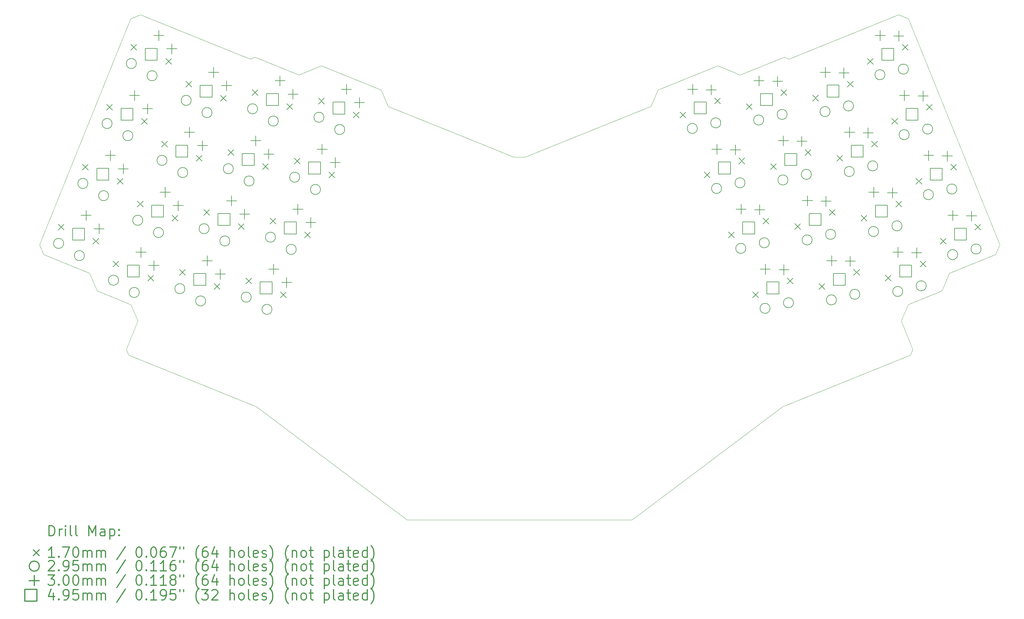
<source format=gbr>
%FSLAX45Y45*%
G04 Gerber Fmt 4.5, Leading zero omitted, Abs format (unit mm)*
G04 Created by KiCad (PCBNEW (5.1.4)-1) date 2023-11-05 18:19:30*
%MOMM*%
%LPD*%
G04 APERTURE LIST*
%ADD10C,0.050000*%
%ADD11C,0.200000*%
%ADD12C,0.300000*%
G04 APERTURE END LIST*
D10*
X6556416Y-20257941D02*
X6426237Y-20313199D01*
X26837444Y-26889485D02*
X26737980Y-27123807D01*
X3199637Y-19009568D02*
X6426237Y-20313199D01*
X3199637Y-19009568D02*
X2913243Y-19131135D01*
X8505369Y-20506102D02*
X7854473Y-20782391D01*
X231060Y-25769771D02*
X352627Y-26056165D01*
X2782995Y-28850036D02*
X2849304Y-29006251D01*
X22108911Y-20257941D02*
X22239090Y-20313199D01*
X28434267Y-25769771D02*
X25752083Y-19131135D01*
X20810853Y-20782391D02*
X22108911Y-20257941D01*
X14503663Y-23190451D02*
X14161663Y-23190451D01*
X1706316Y-26603091D02*
X1827883Y-26889485D01*
X18398309Y-21217855D02*
X18193855Y-21699517D01*
X10267018Y-21217855D02*
X10471472Y-21699517D01*
X1927346Y-27123807D02*
X2919433Y-27524636D01*
X22060928Y-30523408D02*
X17636182Y-33853426D01*
X28434267Y-25769771D02*
X28312700Y-26056165D01*
X7854473Y-20782391D02*
X6556416Y-20257941D01*
X25541440Y-28006299D02*
X25882332Y-28850036D01*
X25745894Y-27524636D02*
X25541440Y-28006299D01*
X13162327Y-22787000D02*
X14161663Y-23190451D01*
X26737980Y-27123807D02*
X25745894Y-27524636D01*
X2919433Y-27524636D02*
X3123887Y-28006299D01*
X26959011Y-26603091D02*
X26837444Y-26889485D01*
X3123887Y-28006299D02*
X2782995Y-28850036D01*
X18398309Y-21217855D02*
X20159958Y-20506102D01*
X25465689Y-19009568D02*
X22239090Y-20313199D01*
X1827883Y-26889485D02*
X1927346Y-27123807D01*
X352627Y-26056165D02*
X1706316Y-26603091D01*
X6604399Y-30523408D02*
X11029145Y-33853426D01*
X11029145Y-33853426D02*
X17636182Y-33853426D01*
X20159958Y-20506102D02*
X20810853Y-20782391D01*
X15503000Y-22787000D02*
X14503663Y-23190451D01*
X25465689Y-19009568D02*
X25752083Y-19131135D01*
X18193855Y-21699517D02*
X15503000Y-22787000D01*
X10471472Y-21699517D02*
X13162327Y-22787000D01*
X231060Y-25769771D02*
X2913243Y-19131135D01*
X25882332Y-28850036D02*
X25816023Y-29006251D01*
X25816023Y-29006251D02*
X22060928Y-30523408D01*
X28312700Y-26056165D02*
X26959011Y-26603091D01*
X10267018Y-21217855D02*
X8505369Y-20506102D01*
X2849304Y-29006251D02*
X6604399Y-30523408D01*
D11*
X1496825Y-23405719D02*
X1667005Y-23575899D01*
X1667005Y-23405719D02*
X1496825Y-23575899D01*
X2516728Y-23817786D02*
X2686908Y-23987966D01*
X2686908Y-23817786D02*
X2516728Y-23987966D01*
X6294785Y-26746315D02*
X6464965Y-26916495D01*
X6464965Y-26746315D02*
X6294785Y-26916495D01*
X7314687Y-27158383D02*
X7484867Y-27328563D01*
X7484867Y-27158383D02*
X7314687Y-27328563D01*
X6481090Y-21213207D02*
X6651270Y-21383387D01*
X6651270Y-21213207D02*
X6481090Y-21383387D01*
X7500992Y-21625274D02*
X7671172Y-21795454D01*
X7671172Y-21625274D02*
X7500992Y-21795454D01*
X25265643Y-22055533D02*
X25435823Y-22225713D01*
X25435823Y-22055533D02*
X25265643Y-22225713D01*
X26285545Y-21643466D02*
X26455725Y-21813646D01*
X26455725Y-21643466D02*
X26285545Y-21813646D01*
X25077341Y-26661458D02*
X25247521Y-26831638D01*
X25247521Y-26661458D02*
X25077341Y-26831638D01*
X26097243Y-26249391D02*
X26267423Y-26419571D01*
X26267423Y-26249391D02*
X26097243Y-26419571D01*
X3820384Y-22726696D02*
X3990564Y-22896876D01*
X3990564Y-22726696D02*
X3820384Y-22896876D01*
X4840287Y-23138763D02*
X5010467Y-23308943D01*
X5010467Y-23138763D02*
X4840287Y-23308943D01*
X3108632Y-24488345D02*
X3278812Y-24658525D01*
X3278812Y-24488345D02*
X3108632Y-24658525D01*
X4128534Y-24900412D02*
X4298714Y-25070592D01*
X4298714Y-24900412D02*
X4128534Y-25070592D01*
X7006537Y-24984666D02*
X7176717Y-25154846D01*
X7176717Y-24984666D02*
X7006537Y-25154846D01*
X8026439Y-25396733D02*
X8196619Y-25566913D01*
X8196619Y-25396733D02*
X8026439Y-25566913D01*
X23653836Y-23138159D02*
X23824016Y-23308339D01*
X23824016Y-23138159D02*
X23653836Y-23308339D01*
X24673738Y-22726092D02*
X24843918Y-22896272D01*
X24843918Y-22726092D02*
X24673738Y-22896272D01*
X25977395Y-23817182D02*
X26147575Y-23987362D01*
X26147575Y-23817182D02*
X25977395Y-23987362D01*
X26997297Y-23405115D02*
X27167477Y-23575295D01*
X27167477Y-23405115D02*
X26997297Y-23575295D01*
X26689148Y-25578832D02*
X26859328Y-25749012D01*
X26859328Y-25578832D02*
X26689148Y-25749012D01*
X27709050Y-25166764D02*
X27879230Y-25336944D01*
X27879230Y-25166764D02*
X27709050Y-25336944D01*
X24365588Y-24899808D02*
X24535768Y-25069988D01*
X24535768Y-24899808D02*
X24365588Y-25069988D01*
X25385491Y-24487741D02*
X25555671Y-24657921D01*
X25555671Y-24487741D02*
X25385491Y-24657921D01*
X20993131Y-21624670D02*
X21163311Y-21794850D01*
X21163311Y-21624670D02*
X20993131Y-21794850D01*
X22013033Y-21212603D02*
X22183213Y-21382783D01*
X22183213Y-21212603D02*
X22013033Y-21382783D01*
X785073Y-25167368D02*
X955253Y-25337548D01*
X955253Y-25167368D02*
X785073Y-25337548D01*
X1804975Y-25579435D02*
X1975155Y-25749615D01*
X1975155Y-25579435D02*
X1804975Y-25749615D01*
X24553890Y-20293884D02*
X24724070Y-20464064D01*
X24724070Y-20293884D02*
X24553890Y-20464064D01*
X25573792Y-19881817D02*
X25743972Y-20051997D01*
X25743972Y-19881817D02*
X25573792Y-20051997D01*
X2208578Y-21644070D02*
X2378758Y-21814250D01*
X2378758Y-21644070D02*
X2208578Y-21814250D01*
X3228480Y-22056137D02*
X3398660Y-22226317D01*
X3398660Y-22056137D02*
X3228480Y-22226317D01*
X5769337Y-22974856D02*
X5939517Y-23145036D01*
X5939517Y-22974856D02*
X5769337Y-23145036D01*
X6789239Y-23386923D02*
X6959419Y-23557103D01*
X6959419Y-23386923D02*
X6789239Y-23557103D01*
X21179436Y-27157779D02*
X21349616Y-27327959D01*
X21349616Y-27157779D02*
X21179436Y-27327959D01*
X22199338Y-26745712D02*
X22369518Y-26915892D01*
X22369518Y-26745712D02*
X22199338Y-26915892D01*
X23128388Y-26909618D02*
X23298568Y-27079798D01*
X23298568Y-26909618D02*
X23128388Y-27079798D01*
X24148291Y-26497551D02*
X24318471Y-26667731D01*
X24318471Y-26497551D02*
X24148291Y-26667731D01*
X22942083Y-21376510D02*
X23112263Y-21546690D01*
X23112263Y-21376510D02*
X22942083Y-21546690D01*
X23961986Y-20964443D02*
X24132166Y-21134623D01*
X24132166Y-20964443D02*
X23961986Y-21134623D01*
X22416636Y-25147969D02*
X22586816Y-25318149D01*
X22586816Y-25147969D02*
X22416636Y-25318149D01*
X23436538Y-24735902D02*
X23606718Y-24906082D01*
X23606718Y-24735902D02*
X23436538Y-24906082D01*
X4532137Y-20965046D02*
X4702317Y-21135226D01*
X4702317Y-20965046D02*
X4532137Y-21135226D01*
X5552039Y-21377113D02*
X5722219Y-21547293D01*
X5722219Y-21377113D02*
X5552039Y-21547293D01*
X7718290Y-23223017D02*
X7888470Y-23393197D01*
X7888470Y-23223017D02*
X7718290Y-23393197D01*
X8738192Y-23635084D02*
X8908372Y-23805264D01*
X8908372Y-23635084D02*
X8738192Y-23805264D01*
X2396879Y-26249994D02*
X2567059Y-26420174D01*
X2567059Y-26249994D02*
X2396879Y-26420174D01*
X3416782Y-26662061D02*
X3586962Y-26832241D01*
X3586962Y-26662061D02*
X3416782Y-26832241D01*
X2920330Y-19882420D02*
X3090510Y-20052600D01*
X3090510Y-19882420D02*
X2920330Y-20052600D01*
X3940232Y-20294487D02*
X4110412Y-20464667D01*
X4110412Y-20294487D02*
X3940232Y-20464667D01*
X4345832Y-26498155D02*
X4516012Y-26668335D01*
X4516012Y-26498155D02*
X4345832Y-26668335D01*
X5365734Y-26910222D02*
X5535914Y-27080402D01*
X5535914Y-26910222D02*
X5365734Y-27080402D01*
X20467683Y-25396130D02*
X20637863Y-25566310D01*
X20637863Y-25396130D02*
X20467683Y-25566310D01*
X21487586Y-24984062D02*
X21657766Y-25154242D01*
X21657766Y-24984062D02*
X21487586Y-25154242D01*
X19755931Y-23634480D02*
X19926111Y-23804660D01*
X19926111Y-23634480D02*
X19755931Y-23804660D01*
X20775833Y-23222413D02*
X20946013Y-23392593D01*
X20946013Y-23222413D02*
X20775833Y-23392593D01*
X19044178Y-21872831D02*
X19214358Y-22043011D01*
X19214358Y-21872831D02*
X19044178Y-22043011D01*
X20064080Y-21460764D02*
X20234260Y-21630944D01*
X20234260Y-21460764D02*
X20064080Y-21630944D01*
X21704883Y-23386320D02*
X21875063Y-23556500D01*
X21875063Y-23386320D02*
X21704883Y-23556500D01*
X22724785Y-22974252D02*
X22894965Y-23144432D01*
X22894965Y-22974252D02*
X22724785Y-23144432D01*
X5057585Y-24736505D02*
X5227765Y-24906685D01*
X5227765Y-24736505D02*
X5057585Y-24906685D01*
X6077487Y-25148573D02*
X6247667Y-25318753D01*
X6247667Y-25148573D02*
X6077487Y-25318753D01*
X8430042Y-21461367D02*
X8600222Y-21631547D01*
X8600222Y-21461367D02*
X8430042Y-21631547D01*
X9449945Y-21873435D02*
X9620125Y-22043615D01*
X9620125Y-21873435D02*
X9449945Y-22043615D01*
X23639034Y-27389278D02*
G75*
G03X23639034Y-27389278I-147500J0D01*
G01*
X24327396Y-27224408D02*
G75*
G03X24327396Y-27224408I-147500J0D01*
G01*
X23452729Y-21856170D02*
G75*
G03X23452729Y-21856170I-147500J0D01*
G01*
X24141091Y-21691299D02*
G75*
G03X24141091Y-21691299I-147500J0D01*
G01*
X22927281Y-25627629D02*
G75*
G03X22927281Y-25627629I-147500J0D01*
G01*
X23615644Y-25462758D02*
G75*
G03X23615644Y-25462758I-147500J0D01*
G01*
X4690652Y-21527119D02*
G75*
G03X4690652Y-21527119I-147500J0D01*
G01*
X5300347Y-21886698D02*
G75*
G03X5300347Y-21886698I-147500J0D01*
G01*
X7876805Y-23785090D02*
G75*
G03X7876805Y-23785090I-147500J0D01*
G01*
X8486500Y-24144669D02*
G75*
G03X8486500Y-24144669I-147500J0D01*
G01*
X2555395Y-26812067D02*
G75*
G03X2555395Y-26812067I-147500J0D01*
G01*
X3165089Y-27171646D02*
G75*
G03X3165089Y-27171646I-147500J0D01*
G01*
X3078845Y-20444493D02*
G75*
G03X3078845Y-20444493I-147500J0D01*
G01*
X3688540Y-20804072D02*
G75*
G03X3688540Y-20804072I-147500J0D01*
G01*
X4504347Y-27060228D02*
G75*
G03X4504347Y-27060228I-147500J0D01*
G01*
X5114042Y-27419807D02*
G75*
G03X5114042Y-27419807I-147500J0D01*
G01*
X20978329Y-25875789D02*
G75*
G03X20978329Y-25875789I-147500J0D01*
G01*
X21666691Y-25710919D02*
G75*
G03X21666691Y-25710919I-147500J0D01*
G01*
X20266576Y-24114140D02*
G75*
G03X20266576Y-24114140I-147500J0D01*
G01*
X20954938Y-23949270D02*
G75*
G03X20954938Y-23949270I-147500J0D01*
G01*
X19554824Y-22352491D02*
G75*
G03X19554824Y-22352491I-147500J0D01*
G01*
X20243186Y-22187620D02*
G75*
G03X20243186Y-22187620I-147500J0D01*
G01*
X22215529Y-23865979D02*
G75*
G03X22215529Y-23865979I-147500J0D01*
G01*
X22903891Y-23701109D02*
G75*
G03X22903891Y-23701109I-147500J0D01*
G01*
X5216100Y-25298579D02*
G75*
G03X5216100Y-25298579I-147500J0D01*
G01*
X5825795Y-25658157D02*
G75*
G03X5825795Y-25658157I-147500J0D01*
G01*
X8588557Y-22023441D02*
G75*
G03X8588557Y-22023441I-147500J0D01*
G01*
X9198252Y-22383019D02*
G75*
G03X9198252Y-22383019I-147500J0D01*
G01*
X1655340Y-23967792D02*
G75*
G03X1655340Y-23967792I-147500J0D01*
G01*
X2265035Y-24327371D02*
G75*
G03X2265035Y-24327371I-147500J0D01*
G01*
X6453300Y-27308388D02*
G75*
G03X6453300Y-27308388I-147500J0D01*
G01*
X7062995Y-27667967D02*
G75*
G03X7062995Y-27667967I-147500J0D01*
G01*
X6639605Y-21775280D02*
G75*
G03X6639605Y-21775280I-147500J0D01*
G01*
X7249300Y-22134859D02*
G75*
G03X7249300Y-22134859I-147500J0D01*
G01*
X25776288Y-22535193D02*
G75*
G03X25776288Y-22535193I-147500J0D01*
G01*
X26464650Y-22370322D02*
G75*
G03X26464650Y-22370322I-147500J0D01*
G01*
X25587986Y-27141117D02*
G75*
G03X25587986Y-27141117I-147500J0D01*
G01*
X26276349Y-26976247D02*
G75*
G03X26276349Y-26976247I-147500J0D01*
G01*
X3978900Y-23288769D02*
G75*
G03X3978900Y-23288769I-147500J0D01*
G01*
X4588595Y-23648348D02*
G75*
G03X4588595Y-23648348I-147500J0D01*
G01*
X3267147Y-25050418D02*
G75*
G03X3267147Y-25050418I-147500J0D01*
G01*
X3876842Y-25409997D02*
G75*
G03X3876842Y-25409997I-147500J0D01*
G01*
X7165052Y-25546739D02*
G75*
G03X7165052Y-25546739I-147500J0D01*
G01*
X7774747Y-25906318D02*
G75*
G03X7774747Y-25906318I-147500J0D01*
G01*
X24164481Y-23617819D02*
G75*
G03X24164481Y-23617819I-147500J0D01*
G01*
X24852844Y-23452948D02*
G75*
G03X24852844Y-23452948I-147500J0D01*
G01*
X26488040Y-24296842D02*
G75*
G03X26488040Y-24296842I-147500J0D01*
G01*
X27176403Y-24131972D02*
G75*
G03X27176403Y-24131972I-147500J0D01*
G01*
X27199793Y-26058491D02*
G75*
G03X27199793Y-26058491I-147500J0D01*
G01*
X27888155Y-25893621D02*
G75*
G03X27888155Y-25893621I-147500J0D01*
G01*
X24876234Y-25379468D02*
G75*
G03X24876234Y-25379468I-147500J0D01*
G01*
X25564596Y-25214598D02*
G75*
G03X25564596Y-25214598I-147500J0D01*
G01*
X21503776Y-22104330D02*
G75*
G03X21503776Y-22104330I-147500J0D01*
G01*
X22192139Y-21939460D02*
G75*
G03X22192139Y-21939460I-147500J0D01*
G01*
X943588Y-25729441D02*
G75*
G03X943588Y-25729441I-147500J0D01*
G01*
X1553283Y-26089020D02*
G75*
G03X1553283Y-26089020I-147500J0D01*
G01*
X25064535Y-20773543D02*
G75*
G03X25064535Y-20773543I-147500J0D01*
G01*
X25752898Y-20608673D02*
G75*
G03X25752898Y-20608673I-147500J0D01*
G01*
X2367093Y-22206143D02*
G75*
G03X2367093Y-22206143I-147500J0D01*
G01*
X2976788Y-22565721D02*
G75*
G03X2976788Y-22565721I-147500J0D01*
G01*
X5927852Y-23536929D02*
G75*
G03X5927852Y-23536929I-147500J0D01*
G01*
X6537547Y-23896508D02*
G75*
G03X6537547Y-23896508I-147500J0D01*
G01*
X21690081Y-27637439D02*
G75*
G03X21690081Y-27637439I-147500J0D01*
G01*
X22378443Y-27472568D02*
G75*
G03X22378443Y-27472568I-147500J0D01*
G01*
X2314757Y-22995168D02*
X2314757Y-23295168D01*
X2164757Y-23145168D02*
X2464757Y-23145168D01*
X2695936Y-23386452D02*
X2695936Y-23686452D01*
X2545936Y-23536452D02*
X2845936Y-23536452D01*
X7112717Y-26335765D02*
X7112717Y-26635765D01*
X6962717Y-26485765D02*
X7262717Y-26485765D01*
X7493895Y-26727048D02*
X7493895Y-27027048D01*
X7343895Y-26877048D02*
X7643895Y-26877048D01*
X7299022Y-20802656D02*
X7299022Y-21102656D01*
X7149022Y-20952656D02*
X7449022Y-20952656D01*
X7680200Y-21193940D02*
X7680200Y-21493940D01*
X7530200Y-21343940D02*
X7830200Y-21343940D01*
X25637793Y-21232915D02*
X25637793Y-21532915D01*
X25487793Y-21382915D02*
X25787793Y-21382915D01*
X26183798Y-21249592D02*
X26183798Y-21549592D01*
X26033798Y-21399592D02*
X26333798Y-21399592D01*
X25449491Y-25838840D02*
X25449491Y-26138840D01*
X25299491Y-25988840D02*
X25599491Y-25988840D01*
X25995497Y-25855517D02*
X25995497Y-26155517D01*
X25845497Y-26005517D02*
X26145497Y-26005517D01*
X4638317Y-22316145D02*
X4638317Y-22616145D01*
X4488317Y-22466145D02*
X4788317Y-22466145D01*
X5019495Y-22707429D02*
X5019495Y-23007429D01*
X4869495Y-22857429D02*
X5169495Y-22857429D01*
X3926564Y-24077794D02*
X3926564Y-24377794D01*
X3776564Y-24227794D02*
X4076564Y-24227794D01*
X4307743Y-24469078D02*
X4307743Y-24769078D01*
X4157742Y-24619078D02*
X4457743Y-24619078D01*
X7824469Y-24574115D02*
X7824469Y-24874115D01*
X7674469Y-24724115D02*
X7974469Y-24724115D01*
X8205648Y-24965399D02*
X8205648Y-25265399D01*
X8055648Y-25115399D02*
X8355648Y-25115399D01*
X24025986Y-22315541D02*
X24025986Y-22615541D01*
X23875986Y-22465541D02*
X24175986Y-22465541D01*
X24571992Y-22332218D02*
X24571992Y-22632218D01*
X24421992Y-22482218D02*
X24721992Y-22482218D01*
X26349545Y-22994564D02*
X26349545Y-23294564D01*
X26199545Y-23144564D02*
X26499545Y-23144564D01*
X26895551Y-23011242D02*
X26895551Y-23311242D01*
X26745551Y-23161242D02*
X27045551Y-23161242D01*
X27061298Y-24756214D02*
X27061298Y-25056214D01*
X26911298Y-24906214D02*
X27211298Y-24906214D01*
X27607303Y-24772891D02*
X27607303Y-25072891D01*
X27457303Y-24922891D02*
X27757303Y-24922891D01*
X24737739Y-24077190D02*
X24737739Y-24377190D01*
X24587739Y-24227190D02*
X24887739Y-24227190D01*
X25283744Y-24093868D02*
X25283744Y-24393868D01*
X25133744Y-24243868D02*
X25433744Y-24243868D01*
X21365281Y-20802052D02*
X21365281Y-21102052D01*
X21215281Y-20952052D02*
X21515281Y-20952052D01*
X21911286Y-20818730D02*
X21911286Y-21118730D01*
X21761286Y-20968730D02*
X22061286Y-20968730D01*
X1603005Y-24756817D02*
X1603005Y-25056817D01*
X1453005Y-24906817D02*
X1753005Y-24906817D01*
X1984183Y-25148101D02*
X1984183Y-25448101D01*
X1834183Y-25298101D02*
X2134183Y-25298101D01*
X24926040Y-19471266D02*
X24926040Y-19771266D01*
X24776040Y-19621266D02*
X25076040Y-19621266D01*
X25472046Y-19487943D02*
X25472046Y-19787943D01*
X25322046Y-19637943D02*
X25622046Y-19637943D01*
X3026510Y-21233519D02*
X3026510Y-21533519D01*
X2876510Y-21383519D02*
X3176510Y-21383519D01*
X3407688Y-21624803D02*
X3407688Y-21924803D01*
X3257688Y-21774803D02*
X3557688Y-21774803D01*
X6587269Y-22564305D02*
X6587269Y-22864305D01*
X6437269Y-22714305D02*
X6737269Y-22714305D01*
X6968448Y-22955589D02*
X6968448Y-23255589D01*
X6818448Y-23105589D02*
X7118448Y-23105589D01*
X21551586Y-26335161D02*
X21551586Y-26635161D01*
X21401586Y-26485161D02*
X21701586Y-26485161D01*
X22097591Y-26351838D02*
X22097591Y-26651838D01*
X21947591Y-26501838D02*
X22247591Y-26501838D01*
X23500539Y-26087000D02*
X23500539Y-26387000D01*
X23350539Y-26237000D02*
X23650539Y-26237000D01*
X24046544Y-26103678D02*
X24046544Y-26403678D01*
X23896544Y-26253678D02*
X24196544Y-26253678D01*
X23314234Y-20553892D02*
X23314234Y-20853892D01*
X23164234Y-20703892D02*
X23464234Y-20703892D01*
X23860239Y-20570569D02*
X23860239Y-20870569D01*
X23710239Y-20720569D02*
X24010239Y-20720569D01*
X22788786Y-24325351D02*
X22788786Y-24625351D01*
X22638786Y-24475351D02*
X22938786Y-24475351D01*
X23334791Y-24342028D02*
X23334791Y-24642028D01*
X23184791Y-24492028D02*
X23484791Y-24492028D01*
X5350069Y-20554495D02*
X5350069Y-20854495D01*
X5200069Y-20704495D02*
X5500069Y-20704495D01*
X5731247Y-20945779D02*
X5731247Y-21245779D01*
X5581248Y-21095779D02*
X5881247Y-21095779D01*
X8536222Y-22812466D02*
X8536222Y-23112466D01*
X8386222Y-22962466D02*
X8686222Y-22962466D01*
X8917400Y-23203750D02*
X8917400Y-23503750D01*
X8767400Y-23353750D02*
X9067400Y-23353750D01*
X3214811Y-25839443D02*
X3214811Y-26139443D01*
X3064811Y-25989443D02*
X3364811Y-25989443D01*
X3595990Y-26230727D02*
X3595990Y-26530727D01*
X3445990Y-26380727D02*
X3745990Y-26380727D01*
X3738262Y-19471869D02*
X3738262Y-19771869D01*
X3588262Y-19621869D02*
X3888262Y-19621869D01*
X4119441Y-19863153D02*
X4119441Y-20163153D01*
X3969441Y-20013153D02*
X4269441Y-20013153D01*
X5163764Y-26087604D02*
X5163764Y-26387604D01*
X5013764Y-26237604D02*
X5313764Y-26237604D01*
X5544943Y-26478888D02*
X5544943Y-26778888D01*
X5394943Y-26628888D02*
X5694943Y-26628888D01*
X20839834Y-24573512D02*
X20839834Y-24873512D01*
X20689834Y-24723512D02*
X20989834Y-24723512D01*
X21385839Y-24590189D02*
X21385839Y-24890189D01*
X21235839Y-24740189D02*
X21535839Y-24740189D01*
X20128081Y-22811862D02*
X20128081Y-23111862D01*
X19978081Y-22961862D02*
X20278081Y-22961862D01*
X20674086Y-22828539D02*
X20674086Y-23128539D01*
X20524086Y-22978539D02*
X20824086Y-22978539D01*
X19416328Y-21050213D02*
X19416328Y-21350213D01*
X19266328Y-21200213D02*
X19566328Y-21200213D01*
X19962334Y-21066890D02*
X19962334Y-21366890D01*
X19812334Y-21216890D02*
X20112334Y-21216890D01*
X22077034Y-22563702D02*
X22077034Y-22863702D01*
X21927034Y-22713702D02*
X22227034Y-22713702D01*
X22623039Y-22580379D02*
X22623039Y-22880379D01*
X22473039Y-22730379D02*
X22773039Y-22730379D01*
X5875517Y-24325955D02*
X5875517Y-24625955D01*
X5725517Y-24475955D02*
X6025517Y-24475955D01*
X6256695Y-24717238D02*
X6256695Y-25017238D01*
X6106695Y-24867238D02*
X6406695Y-24867238D01*
X9247974Y-21050817D02*
X9247974Y-21350817D01*
X9097974Y-21200817D02*
X9397974Y-21200817D01*
X9629153Y-21442100D02*
X9629153Y-21742100D01*
X9479153Y-21592100D02*
X9779153Y-21592100D01*
X2266877Y-23871853D02*
X2266877Y-23521832D01*
X1916856Y-23521832D01*
X1916856Y-23871853D01*
X2266877Y-23871853D01*
X7064836Y-27212450D02*
X7064836Y-26862428D01*
X6714815Y-26862428D01*
X6714815Y-27212450D01*
X7064836Y-27212450D01*
X7251141Y-21679341D02*
X7251141Y-21329320D01*
X6901120Y-21329320D01*
X6901120Y-21679341D01*
X7251141Y-21679341D01*
X26035694Y-22109600D02*
X26035694Y-21759579D01*
X25685673Y-21759579D01*
X25685673Y-22109600D01*
X26035694Y-22109600D01*
X25847393Y-26715525D02*
X25847393Y-26365504D01*
X25497371Y-26365504D01*
X25497371Y-26715525D01*
X25847393Y-26715525D01*
X4590436Y-23192830D02*
X4590436Y-22842809D01*
X4240415Y-22842809D01*
X4240415Y-23192830D01*
X4590436Y-23192830D01*
X3878684Y-24954479D02*
X3878684Y-24604458D01*
X3528662Y-24604458D01*
X3528662Y-24954479D01*
X3878684Y-24954479D01*
X7776589Y-25450800D02*
X7776589Y-25100779D01*
X7426568Y-25100779D01*
X7426568Y-25450800D01*
X7776589Y-25450800D01*
X24423888Y-23192226D02*
X24423888Y-22842205D01*
X24073866Y-22842205D01*
X24073866Y-23192226D01*
X24423888Y-23192226D01*
X26747447Y-23871249D02*
X26747447Y-23521228D01*
X26397426Y-23521228D01*
X26397426Y-23871249D01*
X26747447Y-23871249D01*
X27459199Y-25632899D02*
X27459199Y-25282877D01*
X27109178Y-25282877D01*
X27109178Y-25632899D01*
X27459199Y-25632899D01*
X25135640Y-24953875D02*
X25135640Y-24603854D01*
X24785619Y-24603854D01*
X24785619Y-24953875D01*
X25135640Y-24953875D01*
X21763183Y-21678737D02*
X21763183Y-21328716D01*
X21413161Y-21328716D01*
X21413161Y-21678737D01*
X21763183Y-21678737D01*
X1555124Y-25633502D02*
X1555124Y-25283481D01*
X1205103Y-25283481D01*
X1205103Y-25633502D01*
X1555124Y-25633502D01*
X25323942Y-20347951D02*
X25323942Y-19997930D01*
X24973921Y-19997930D01*
X24973921Y-20347951D01*
X25323942Y-20347951D01*
X2978629Y-22110204D02*
X2978629Y-21760183D01*
X2628608Y-21760183D01*
X2628608Y-22110204D01*
X2978629Y-22110204D01*
X6539389Y-23440990D02*
X6539389Y-23090969D01*
X6189368Y-23090969D01*
X6189368Y-23440990D01*
X6539389Y-23440990D01*
X21949488Y-27211846D02*
X21949488Y-26861825D01*
X21599466Y-26861825D01*
X21599466Y-27211846D01*
X21949488Y-27211846D01*
X23898440Y-26963685D02*
X23898440Y-26613664D01*
X23548419Y-26613664D01*
X23548419Y-26963685D01*
X23898440Y-26963685D01*
X23712135Y-21430577D02*
X23712135Y-21080556D01*
X23362114Y-21080556D01*
X23362114Y-21430577D01*
X23712135Y-21430577D01*
X23186688Y-25202036D02*
X23186688Y-24852015D01*
X22836666Y-24852015D01*
X22836666Y-25202036D01*
X23186688Y-25202036D01*
X5302189Y-21431180D02*
X5302189Y-21081159D01*
X4952168Y-21081159D01*
X4952168Y-21431180D01*
X5302189Y-21431180D01*
X8488341Y-23689151D02*
X8488341Y-23339130D01*
X8138320Y-23339130D01*
X8138320Y-23689151D01*
X8488341Y-23689151D01*
X3166931Y-26716128D02*
X3166931Y-26366107D01*
X2816910Y-26366107D01*
X2816910Y-26716128D01*
X3166931Y-26716128D01*
X3690382Y-20348554D02*
X3690382Y-19998533D01*
X3340361Y-19998533D01*
X3340361Y-20348554D01*
X3690382Y-20348554D01*
X5115884Y-26964289D02*
X5115884Y-26614268D01*
X4765863Y-26614268D01*
X4765863Y-26964289D01*
X5115884Y-26964289D01*
X21237735Y-25450197D02*
X21237735Y-25100175D01*
X20887714Y-25100175D01*
X20887714Y-25450197D01*
X21237735Y-25450197D01*
X20525982Y-23688547D02*
X20525982Y-23338526D01*
X20175961Y-23338526D01*
X20175961Y-23688547D01*
X20525982Y-23688547D01*
X19814230Y-21926898D02*
X19814230Y-21576877D01*
X19464209Y-21576877D01*
X19464209Y-21926898D01*
X19814230Y-21926898D01*
X22474935Y-23440387D02*
X22474935Y-23090365D01*
X22124914Y-23090365D01*
X22124914Y-23440387D01*
X22474935Y-23440387D01*
X5827636Y-25202640D02*
X5827636Y-24852618D01*
X5477615Y-24852618D01*
X5477615Y-25202640D01*
X5827636Y-25202640D01*
X9200094Y-21927502D02*
X9200094Y-21577480D01*
X8850073Y-21577480D01*
X8850073Y-21927502D01*
X9200094Y-21927502D01*
D12*
X514989Y-34321640D02*
X514989Y-34021640D01*
X586417Y-34021640D01*
X629274Y-34035926D01*
X657846Y-34064497D01*
X672132Y-34093069D01*
X686417Y-34150212D01*
X686417Y-34193069D01*
X672132Y-34250212D01*
X657846Y-34278783D01*
X629274Y-34307354D01*
X586417Y-34321640D01*
X514989Y-34321640D01*
X814989Y-34321640D02*
X814989Y-34121640D01*
X814989Y-34178783D02*
X829274Y-34150212D01*
X843560Y-34135926D01*
X872131Y-34121640D01*
X900703Y-34121640D01*
X1000703Y-34321640D02*
X1000703Y-34121640D01*
X1000703Y-34021640D02*
X986417Y-34035926D01*
X1000703Y-34050212D01*
X1014989Y-34035926D01*
X1000703Y-34021640D01*
X1000703Y-34050212D01*
X1186417Y-34321640D02*
X1157846Y-34307354D01*
X1143560Y-34278783D01*
X1143560Y-34021640D01*
X1343560Y-34321640D02*
X1314989Y-34307354D01*
X1300703Y-34278783D01*
X1300703Y-34021640D01*
X1686417Y-34321640D02*
X1686417Y-34021640D01*
X1786417Y-34235926D01*
X1886417Y-34021640D01*
X1886417Y-34321640D01*
X2157846Y-34321640D02*
X2157846Y-34164497D01*
X2143560Y-34135926D01*
X2114989Y-34121640D01*
X2057846Y-34121640D01*
X2029274Y-34135926D01*
X2157846Y-34307354D02*
X2129274Y-34321640D01*
X2057846Y-34321640D01*
X2029274Y-34307354D01*
X2014989Y-34278783D01*
X2014989Y-34250212D01*
X2029274Y-34221640D01*
X2057846Y-34207354D01*
X2129274Y-34207354D01*
X2157846Y-34193069D01*
X2300703Y-34121640D02*
X2300703Y-34421640D01*
X2300703Y-34135926D02*
X2329274Y-34121640D01*
X2386417Y-34121640D01*
X2414989Y-34135926D01*
X2429274Y-34150212D01*
X2443560Y-34178783D01*
X2443560Y-34264497D01*
X2429274Y-34293069D01*
X2414989Y-34307354D01*
X2386417Y-34321640D01*
X2329274Y-34321640D01*
X2300703Y-34307354D01*
X2572132Y-34293069D02*
X2586417Y-34307354D01*
X2572132Y-34321640D01*
X2557846Y-34307354D01*
X2572132Y-34293069D01*
X2572132Y-34321640D01*
X2572132Y-34135926D02*
X2586417Y-34150212D01*
X2572132Y-34164497D01*
X2557846Y-34150212D01*
X2572132Y-34135926D01*
X2572132Y-34164497D01*
X58380Y-34730836D02*
X228560Y-34901016D01*
X228560Y-34730836D02*
X58380Y-34901016D01*
X672132Y-34951640D02*
X500703Y-34951640D01*
X586417Y-34951640D02*
X586417Y-34651640D01*
X557846Y-34694497D01*
X529274Y-34723069D01*
X500703Y-34737354D01*
X800703Y-34923069D02*
X814989Y-34937354D01*
X800703Y-34951640D01*
X786417Y-34937354D01*
X800703Y-34923069D01*
X800703Y-34951640D01*
X914989Y-34651640D02*
X1114989Y-34651640D01*
X986417Y-34951640D01*
X1286417Y-34651640D02*
X1314989Y-34651640D01*
X1343560Y-34665926D01*
X1357846Y-34680212D01*
X1372132Y-34708783D01*
X1386417Y-34765926D01*
X1386417Y-34837354D01*
X1372132Y-34894497D01*
X1357846Y-34923069D01*
X1343560Y-34937354D01*
X1314989Y-34951640D01*
X1286417Y-34951640D01*
X1257846Y-34937354D01*
X1243560Y-34923069D01*
X1229274Y-34894497D01*
X1214989Y-34837354D01*
X1214989Y-34765926D01*
X1229274Y-34708783D01*
X1243560Y-34680212D01*
X1257846Y-34665926D01*
X1286417Y-34651640D01*
X1514989Y-34951640D02*
X1514989Y-34751640D01*
X1514989Y-34780212D02*
X1529274Y-34765926D01*
X1557846Y-34751640D01*
X1600703Y-34751640D01*
X1629274Y-34765926D01*
X1643560Y-34794497D01*
X1643560Y-34951640D01*
X1643560Y-34794497D02*
X1657846Y-34765926D01*
X1686417Y-34751640D01*
X1729274Y-34751640D01*
X1757846Y-34765926D01*
X1772131Y-34794497D01*
X1772131Y-34951640D01*
X1914989Y-34951640D02*
X1914989Y-34751640D01*
X1914989Y-34780212D02*
X1929274Y-34765926D01*
X1957846Y-34751640D01*
X2000703Y-34751640D01*
X2029274Y-34765926D01*
X2043560Y-34794497D01*
X2043560Y-34951640D01*
X2043560Y-34794497D02*
X2057846Y-34765926D01*
X2086417Y-34751640D01*
X2129274Y-34751640D01*
X2157846Y-34765926D01*
X2172132Y-34794497D01*
X2172132Y-34951640D01*
X2757846Y-34637354D02*
X2500703Y-35023069D01*
X3143560Y-34651640D02*
X3172131Y-34651640D01*
X3200703Y-34665926D01*
X3214989Y-34680212D01*
X3229274Y-34708783D01*
X3243560Y-34765926D01*
X3243560Y-34837354D01*
X3229274Y-34894497D01*
X3214989Y-34923069D01*
X3200703Y-34937354D01*
X3172131Y-34951640D01*
X3143560Y-34951640D01*
X3114989Y-34937354D01*
X3100703Y-34923069D01*
X3086417Y-34894497D01*
X3072131Y-34837354D01*
X3072131Y-34765926D01*
X3086417Y-34708783D01*
X3100703Y-34680212D01*
X3114989Y-34665926D01*
X3143560Y-34651640D01*
X3372131Y-34923069D02*
X3386417Y-34937354D01*
X3372131Y-34951640D01*
X3357846Y-34937354D01*
X3372131Y-34923069D01*
X3372131Y-34951640D01*
X3572131Y-34651640D02*
X3600703Y-34651640D01*
X3629274Y-34665926D01*
X3643560Y-34680212D01*
X3657846Y-34708783D01*
X3672131Y-34765926D01*
X3672131Y-34837354D01*
X3657846Y-34894497D01*
X3643560Y-34923069D01*
X3629274Y-34937354D01*
X3600703Y-34951640D01*
X3572131Y-34951640D01*
X3543560Y-34937354D01*
X3529274Y-34923069D01*
X3514989Y-34894497D01*
X3500703Y-34837354D01*
X3500703Y-34765926D01*
X3514989Y-34708783D01*
X3529274Y-34680212D01*
X3543560Y-34665926D01*
X3572131Y-34651640D01*
X3929274Y-34651640D02*
X3872131Y-34651640D01*
X3843560Y-34665926D01*
X3829274Y-34680212D01*
X3800703Y-34723069D01*
X3786417Y-34780212D01*
X3786417Y-34894497D01*
X3800703Y-34923069D01*
X3814989Y-34937354D01*
X3843560Y-34951640D01*
X3900703Y-34951640D01*
X3929274Y-34937354D01*
X3943560Y-34923069D01*
X3957846Y-34894497D01*
X3957846Y-34823069D01*
X3943560Y-34794497D01*
X3929274Y-34780212D01*
X3900703Y-34765926D01*
X3843560Y-34765926D01*
X3814989Y-34780212D01*
X3800703Y-34794497D01*
X3786417Y-34823069D01*
X4057846Y-34651640D02*
X4257846Y-34651640D01*
X4129274Y-34951640D01*
X4357846Y-34651640D02*
X4357846Y-34708783D01*
X4472132Y-34651640D02*
X4472132Y-34708783D01*
X4914989Y-35065926D02*
X4900703Y-35051640D01*
X4872132Y-35008783D01*
X4857846Y-34980212D01*
X4843560Y-34937354D01*
X4829274Y-34865926D01*
X4829274Y-34808783D01*
X4843560Y-34737354D01*
X4857846Y-34694497D01*
X4872132Y-34665926D01*
X4900703Y-34623069D01*
X4914989Y-34608783D01*
X5157846Y-34651640D02*
X5100703Y-34651640D01*
X5072132Y-34665926D01*
X5057846Y-34680212D01*
X5029274Y-34723069D01*
X5014989Y-34780212D01*
X5014989Y-34894497D01*
X5029274Y-34923069D01*
X5043560Y-34937354D01*
X5072132Y-34951640D01*
X5129274Y-34951640D01*
X5157846Y-34937354D01*
X5172132Y-34923069D01*
X5186417Y-34894497D01*
X5186417Y-34823069D01*
X5172132Y-34794497D01*
X5157846Y-34780212D01*
X5129274Y-34765926D01*
X5072132Y-34765926D01*
X5043560Y-34780212D01*
X5029274Y-34794497D01*
X5014989Y-34823069D01*
X5443560Y-34751640D02*
X5443560Y-34951640D01*
X5372132Y-34637354D02*
X5300703Y-34851640D01*
X5486417Y-34851640D01*
X5829274Y-34951640D02*
X5829274Y-34651640D01*
X5957846Y-34951640D02*
X5957846Y-34794497D01*
X5943560Y-34765926D01*
X5914989Y-34751640D01*
X5872131Y-34751640D01*
X5843560Y-34765926D01*
X5829274Y-34780212D01*
X6143560Y-34951640D02*
X6114989Y-34937354D01*
X6100703Y-34923069D01*
X6086417Y-34894497D01*
X6086417Y-34808783D01*
X6100703Y-34780212D01*
X6114989Y-34765926D01*
X6143560Y-34751640D01*
X6186417Y-34751640D01*
X6214989Y-34765926D01*
X6229274Y-34780212D01*
X6243560Y-34808783D01*
X6243560Y-34894497D01*
X6229274Y-34923069D01*
X6214989Y-34937354D01*
X6186417Y-34951640D01*
X6143560Y-34951640D01*
X6414989Y-34951640D02*
X6386417Y-34937354D01*
X6372131Y-34908783D01*
X6372131Y-34651640D01*
X6643560Y-34937354D02*
X6614989Y-34951640D01*
X6557846Y-34951640D01*
X6529274Y-34937354D01*
X6514989Y-34908783D01*
X6514989Y-34794497D01*
X6529274Y-34765926D01*
X6557846Y-34751640D01*
X6614989Y-34751640D01*
X6643560Y-34765926D01*
X6657846Y-34794497D01*
X6657846Y-34823069D01*
X6514989Y-34851640D01*
X6772131Y-34937354D02*
X6800703Y-34951640D01*
X6857846Y-34951640D01*
X6886417Y-34937354D01*
X6900703Y-34908783D01*
X6900703Y-34894497D01*
X6886417Y-34865926D01*
X6857846Y-34851640D01*
X6814989Y-34851640D01*
X6786417Y-34837354D01*
X6772131Y-34808783D01*
X6772131Y-34794497D01*
X6786417Y-34765926D01*
X6814989Y-34751640D01*
X6857846Y-34751640D01*
X6886417Y-34765926D01*
X7000703Y-35065926D02*
X7014989Y-35051640D01*
X7043560Y-35008783D01*
X7057846Y-34980212D01*
X7072131Y-34937354D01*
X7086417Y-34865926D01*
X7086417Y-34808783D01*
X7072131Y-34737354D01*
X7057846Y-34694497D01*
X7043560Y-34665926D01*
X7014989Y-34623069D01*
X7000703Y-34608783D01*
X7543560Y-35065926D02*
X7529274Y-35051640D01*
X7500703Y-35008783D01*
X7486417Y-34980212D01*
X7472131Y-34937354D01*
X7457846Y-34865926D01*
X7457846Y-34808783D01*
X7472131Y-34737354D01*
X7486417Y-34694497D01*
X7500703Y-34665926D01*
X7529274Y-34623069D01*
X7543560Y-34608783D01*
X7657846Y-34751640D02*
X7657846Y-34951640D01*
X7657846Y-34780212D02*
X7672131Y-34765926D01*
X7700703Y-34751640D01*
X7743560Y-34751640D01*
X7772131Y-34765926D01*
X7786417Y-34794497D01*
X7786417Y-34951640D01*
X7972131Y-34951640D02*
X7943560Y-34937354D01*
X7929274Y-34923069D01*
X7914989Y-34894497D01*
X7914989Y-34808783D01*
X7929274Y-34780212D01*
X7943560Y-34765926D01*
X7972131Y-34751640D01*
X8014989Y-34751640D01*
X8043560Y-34765926D01*
X8057846Y-34780212D01*
X8072131Y-34808783D01*
X8072131Y-34894497D01*
X8057846Y-34923069D01*
X8043560Y-34937354D01*
X8014989Y-34951640D01*
X7972131Y-34951640D01*
X8157846Y-34751640D02*
X8272131Y-34751640D01*
X8200703Y-34651640D02*
X8200703Y-34908783D01*
X8214989Y-34937354D01*
X8243560Y-34951640D01*
X8272131Y-34951640D01*
X8600703Y-34751640D02*
X8600703Y-35051640D01*
X8600703Y-34765926D02*
X8629274Y-34751640D01*
X8686417Y-34751640D01*
X8714989Y-34765926D01*
X8729274Y-34780212D01*
X8743560Y-34808783D01*
X8743560Y-34894497D01*
X8729274Y-34923069D01*
X8714989Y-34937354D01*
X8686417Y-34951640D01*
X8629274Y-34951640D01*
X8600703Y-34937354D01*
X8914989Y-34951640D02*
X8886417Y-34937354D01*
X8872132Y-34908783D01*
X8872132Y-34651640D01*
X9157846Y-34951640D02*
X9157846Y-34794497D01*
X9143560Y-34765926D01*
X9114989Y-34751640D01*
X9057846Y-34751640D01*
X9029274Y-34765926D01*
X9157846Y-34937354D02*
X9129274Y-34951640D01*
X9057846Y-34951640D01*
X9029274Y-34937354D01*
X9014989Y-34908783D01*
X9014989Y-34880212D01*
X9029274Y-34851640D01*
X9057846Y-34837354D01*
X9129274Y-34837354D01*
X9157846Y-34823069D01*
X9257846Y-34751640D02*
X9372132Y-34751640D01*
X9300703Y-34651640D02*
X9300703Y-34908783D01*
X9314989Y-34937354D01*
X9343560Y-34951640D01*
X9372132Y-34951640D01*
X9586417Y-34937354D02*
X9557846Y-34951640D01*
X9500703Y-34951640D01*
X9472132Y-34937354D01*
X9457846Y-34908783D01*
X9457846Y-34794497D01*
X9472132Y-34765926D01*
X9500703Y-34751640D01*
X9557846Y-34751640D01*
X9586417Y-34765926D01*
X9600703Y-34794497D01*
X9600703Y-34823069D01*
X9457846Y-34851640D01*
X9857846Y-34951640D02*
X9857846Y-34651640D01*
X9857846Y-34937354D02*
X9829274Y-34951640D01*
X9772132Y-34951640D01*
X9743560Y-34937354D01*
X9729274Y-34923069D01*
X9714989Y-34894497D01*
X9714989Y-34808783D01*
X9729274Y-34780212D01*
X9743560Y-34765926D01*
X9772132Y-34751640D01*
X9829274Y-34751640D01*
X9857846Y-34765926D01*
X9972132Y-35065926D02*
X9986417Y-35051640D01*
X10014989Y-35008783D01*
X10029274Y-34980212D01*
X10043560Y-34937354D01*
X10057846Y-34865926D01*
X10057846Y-34808783D01*
X10043560Y-34737354D01*
X10029274Y-34694497D01*
X10014989Y-34665926D01*
X9986417Y-34623069D01*
X9972132Y-34608783D01*
X228560Y-35211926D02*
G75*
G03X228560Y-35211926I-147500J0D01*
G01*
X500703Y-35076212D02*
X514989Y-35061926D01*
X543560Y-35047640D01*
X614989Y-35047640D01*
X643560Y-35061926D01*
X657846Y-35076212D01*
X672132Y-35104783D01*
X672132Y-35133354D01*
X657846Y-35176212D01*
X486417Y-35347640D01*
X672132Y-35347640D01*
X800703Y-35319069D02*
X814989Y-35333354D01*
X800703Y-35347640D01*
X786417Y-35333354D01*
X800703Y-35319069D01*
X800703Y-35347640D01*
X957846Y-35347640D02*
X1014989Y-35347640D01*
X1043560Y-35333354D01*
X1057846Y-35319069D01*
X1086417Y-35276212D01*
X1100703Y-35219069D01*
X1100703Y-35104783D01*
X1086417Y-35076212D01*
X1072132Y-35061926D01*
X1043560Y-35047640D01*
X986417Y-35047640D01*
X957846Y-35061926D01*
X943560Y-35076212D01*
X929274Y-35104783D01*
X929274Y-35176212D01*
X943560Y-35204783D01*
X957846Y-35219069D01*
X986417Y-35233354D01*
X1043560Y-35233354D01*
X1072132Y-35219069D01*
X1086417Y-35204783D01*
X1100703Y-35176212D01*
X1372132Y-35047640D02*
X1229274Y-35047640D01*
X1214989Y-35190497D01*
X1229274Y-35176212D01*
X1257846Y-35161926D01*
X1329274Y-35161926D01*
X1357846Y-35176212D01*
X1372132Y-35190497D01*
X1386417Y-35219069D01*
X1386417Y-35290497D01*
X1372132Y-35319069D01*
X1357846Y-35333354D01*
X1329274Y-35347640D01*
X1257846Y-35347640D01*
X1229274Y-35333354D01*
X1214989Y-35319069D01*
X1514989Y-35347640D02*
X1514989Y-35147640D01*
X1514989Y-35176212D02*
X1529274Y-35161926D01*
X1557846Y-35147640D01*
X1600703Y-35147640D01*
X1629274Y-35161926D01*
X1643560Y-35190497D01*
X1643560Y-35347640D01*
X1643560Y-35190497D02*
X1657846Y-35161926D01*
X1686417Y-35147640D01*
X1729274Y-35147640D01*
X1757846Y-35161926D01*
X1772131Y-35190497D01*
X1772131Y-35347640D01*
X1914989Y-35347640D02*
X1914989Y-35147640D01*
X1914989Y-35176212D02*
X1929274Y-35161926D01*
X1957846Y-35147640D01*
X2000703Y-35147640D01*
X2029274Y-35161926D01*
X2043560Y-35190497D01*
X2043560Y-35347640D01*
X2043560Y-35190497D02*
X2057846Y-35161926D01*
X2086417Y-35147640D01*
X2129274Y-35147640D01*
X2157846Y-35161926D01*
X2172132Y-35190497D01*
X2172132Y-35347640D01*
X2757846Y-35033354D02*
X2500703Y-35419069D01*
X3143560Y-35047640D02*
X3172131Y-35047640D01*
X3200703Y-35061926D01*
X3214989Y-35076212D01*
X3229274Y-35104783D01*
X3243560Y-35161926D01*
X3243560Y-35233354D01*
X3229274Y-35290497D01*
X3214989Y-35319069D01*
X3200703Y-35333354D01*
X3172131Y-35347640D01*
X3143560Y-35347640D01*
X3114989Y-35333354D01*
X3100703Y-35319069D01*
X3086417Y-35290497D01*
X3072131Y-35233354D01*
X3072131Y-35161926D01*
X3086417Y-35104783D01*
X3100703Y-35076212D01*
X3114989Y-35061926D01*
X3143560Y-35047640D01*
X3372131Y-35319069D02*
X3386417Y-35333354D01*
X3372131Y-35347640D01*
X3357846Y-35333354D01*
X3372131Y-35319069D01*
X3372131Y-35347640D01*
X3672131Y-35347640D02*
X3500703Y-35347640D01*
X3586417Y-35347640D02*
X3586417Y-35047640D01*
X3557846Y-35090497D01*
X3529274Y-35119069D01*
X3500703Y-35133354D01*
X3957846Y-35347640D02*
X3786417Y-35347640D01*
X3872131Y-35347640D02*
X3872131Y-35047640D01*
X3843560Y-35090497D01*
X3814989Y-35119069D01*
X3786417Y-35133354D01*
X4214989Y-35047640D02*
X4157846Y-35047640D01*
X4129274Y-35061926D01*
X4114989Y-35076212D01*
X4086417Y-35119069D01*
X4072131Y-35176212D01*
X4072131Y-35290497D01*
X4086417Y-35319069D01*
X4100703Y-35333354D01*
X4129274Y-35347640D01*
X4186417Y-35347640D01*
X4214989Y-35333354D01*
X4229274Y-35319069D01*
X4243560Y-35290497D01*
X4243560Y-35219069D01*
X4229274Y-35190497D01*
X4214989Y-35176212D01*
X4186417Y-35161926D01*
X4129274Y-35161926D01*
X4100703Y-35176212D01*
X4086417Y-35190497D01*
X4072131Y-35219069D01*
X4357846Y-35047640D02*
X4357846Y-35104783D01*
X4472132Y-35047640D02*
X4472132Y-35104783D01*
X4914989Y-35461926D02*
X4900703Y-35447640D01*
X4872132Y-35404783D01*
X4857846Y-35376212D01*
X4843560Y-35333354D01*
X4829274Y-35261926D01*
X4829274Y-35204783D01*
X4843560Y-35133354D01*
X4857846Y-35090497D01*
X4872132Y-35061926D01*
X4900703Y-35019069D01*
X4914989Y-35004783D01*
X5157846Y-35047640D02*
X5100703Y-35047640D01*
X5072132Y-35061926D01*
X5057846Y-35076212D01*
X5029274Y-35119069D01*
X5014989Y-35176212D01*
X5014989Y-35290497D01*
X5029274Y-35319069D01*
X5043560Y-35333354D01*
X5072132Y-35347640D01*
X5129274Y-35347640D01*
X5157846Y-35333354D01*
X5172132Y-35319069D01*
X5186417Y-35290497D01*
X5186417Y-35219069D01*
X5172132Y-35190497D01*
X5157846Y-35176212D01*
X5129274Y-35161926D01*
X5072132Y-35161926D01*
X5043560Y-35176212D01*
X5029274Y-35190497D01*
X5014989Y-35219069D01*
X5443560Y-35147640D02*
X5443560Y-35347640D01*
X5372132Y-35033354D02*
X5300703Y-35247640D01*
X5486417Y-35247640D01*
X5829274Y-35347640D02*
X5829274Y-35047640D01*
X5957846Y-35347640D02*
X5957846Y-35190497D01*
X5943560Y-35161926D01*
X5914989Y-35147640D01*
X5872131Y-35147640D01*
X5843560Y-35161926D01*
X5829274Y-35176212D01*
X6143560Y-35347640D02*
X6114989Y-35333354D01*
X6100703Y-35319069D01*
X6086417Y-35290497D01*
X6086417Y-35204783D01*
X6100703Y-35176212D01*
X6114989Y-35161926D01*
X6143560Y-35147640D01*
X6186417Y-35147640D01*
X6214989Y-35161926D01*
X6229274Y-35176212D01*
X6243560Y-35204783D01*
X6243560Y-35290497D01*
X6229274Y-35319069D01*
X6214989Y-35333354D01*
X6186417Y-35347640D01*
X6143560Y-35347640D01*
X6414989Y-35347640D02*
X6386417Y-35333354D01*
X6372131Y-35304783D01*
X6372131Y-35047640D01*
X6643560Y-35333354D02*
X6614989Y-35347640D01*
X6557846Y-35347640D01*
X6529274Y-35333354D01*
X6514989Y-35304783D01*
X6514989Y-35190497D01*
X6529274Y-35161926D01*
X6557846Y-35147640D01*
X6614989Y-35147640D01*
X6643560Y-35161926D01*
X6657846Y-35190497D01*
X6657846Y-35219069D01*
X6514989Y-35247640D01*
X6772131Y-35333354D02*
X6800703Y-35347640D01*
X6857846Y-35347640D01*
X6886417Y-35333354D01*
X6900703Y-35304783D01*
X6900703Y-35290497D01*
X6886417Y-35261926D01*
X6857846Y-35247640D01*
X6814989Y-35247640D01*
X6786417Y-35233354D01*
X6772131Y-35204783D01*
X6772131Y-35190497D01*
X6786417Y-35161926D01*
X6814989Y-35147640D01*
X6857846Y-35147640D01*
X6886417Y-35161926D01*
X7000703Y-35461926D02*
X7014989Y-35447640D01*
X7043560Y-35404783D01*
X7057846Y-35376212D01*
X7072131Y-35333354D01*
X7086417Y-35261926D01*
X7086417Y-35204783D01*
X7072131Y-35133354D01*
X7057846Y-35090497D01*
X7043560Y-35061926D01*
X7014989Y-35019069D01*
X7000703Y-35004783D01*
X7543560Y-35461926D02*
X7529274Y-35447640D01*
X7500703Y-35404783D01*
X7486417Y-35376212D01*
X7472131Y-35333354D01*
X7457846Y-35261926D01*
X7457846Y-35204783D01*
X7472131Y-35133354D01*
X7486417Y-35090497D01*
X7500703Y-35061926D01*
X7529274Y-35019069D01*
X7543560Y-35004783D01*
X7657846Y-35147640D02*
X7657846Y-35347640D01*
X7657846Y-35176212D02*
X7672131Y-35161926D01*
X7700703Y-35147640D01*
X7743560Y-35147640D01*
X7772131Y-35161926D01*
X7786417Y-35190497D01*
X7786417Y-35347640D01*
X7972131Y-35347640D02*
X7943560Y-35333354D01*
X7929274Y-35319069D01*
X7914989Y-35290497D01*
X7914989Y-35204783D01*
X7929274Y-35176212D01*
X7943560Y-35161926D01*
X7972131Y-35147640D01*
X8014989Y-35147640D01*
X8043560Y-35161926D01*
X8057846Y-35176212D01*
X8072131Y-35204783D01*
X8072131Y-35290497D01*
X8057846Y-35319069D01*
X8043560Y-35333354D01*
X8014989Y-35347640D01*
X7972131Y-35347640D01*
X8157846Y-35147640D02*
X8272131Y-35147640D01*
X8200703Y-35047640D02*
X8200703Y-35304783D01*
X8214989Y-35333354D01*
X8243560Y-35347640D01*
X8272131Y-35347640D01*
X8600703Y-35147640D02*
X8600703Y-35447640D01*
X8600703Y-35161926D02*
X8629274Y-35147640D01*
X8686417Y-35147640D01*
X8714989Y-35161926D01*
X8729274Y-35176212D01*
X8743560Y-35204783D01*
X8743560Y-35290497D01*
X8729274Y-35319069D01*
X8714989Y-35333354D01*
X8686417Y-35347640D01*
X8629274Y-35347640D01*
X8600703Y-35333354D01*
X8914989Y-35347640D02*
X8886417Y-35333354D01*
X8872132Y-35304783D01*
X8872132Y-35047640D01*
X9157846Y-35347640D02*
X9157846Y-35190497D01*
X9143560Y-35161926D01*
X9114989Y-35147640D01*
X9057846Y-35147640D01*
X9029274Y-35161926D01*
X9157846Y-35333354D02*
X9129274Y-35347640D01*
X9057846Y-35347640D01*
X9029274Y-35333354D01*
X9014989Y-35304783D01*
X9014989Y-35276212D01*
X9029274Y-35247640D01*
X9057846Y-35233354D01*
X9129274Y-35233354D01*
X9157846Y-35219069D01*
X9257846Y-35147640D02*
X9372132Y-35147640D01*
X9300703Y-35047640D02*
X9300703Y-35304783D01*
X9314989Y-35333354D01*
X9343560Y-35347640D01*
X9372132Y-35347640D01*
X9586417Y-35333354D02*
X9557846Y-35347640D01*
X9500703Y-35347640D01*
X9472132Y-35333354D01*
X9457846Y-35304783D01*
X9457846Y-35190497D01*
X9472132Y-35161926D01*
X9500703Y-35147640D01*
X9557846Y-35147640D01*
X9586417Y-35161926D01*
X9600703Y-35190497D01*
X9600703Y-35219069D01*
X9457846Y-35247640D01*
X9857846Y-35347640D02*
X9857846Y-35047640D01*
X9857846Y-35333354D02*
X9829274Y-35347640D01*
X9772132Y-35347640D01*
X9743560Y-35333354D01*
X9729274Y-35319069D01*
X9714989Y-35290497D01*
X9714989Y-35204783D01*
X9729274Y-35176212D01*
X9743560Y-35161926D01*
X9772132Y-35147640D01*
X9829274Y-35147640D01*
X9857846Y-35161926D01*
X9972132Y-35461926D02*
X9986417Y-35447640D01*
X10014989Y-35404783D01*
X10029274Y-35376212D01*
X10043560Y-35333354D01*
X10057846Y-35261926D01*
X10057846Y-35204783D01*
X10043560Y-35133354D01*
X10029274Y-35090497D01*
X10014989Y-35061926D01*
X9986417Y-35019069D01*
X9972132Y-35004783D01*
X78560Y-35486926D02*
X78560Y-35786926D01*
X-71440Y-35636926D02*
X228560Y-35636926D01*
X486417Y-35472640D02*
X672132Y-35472640D01*
X572132Y-35586926D01*
X614989Y-35586926D01*
X643560Y-35601212D01*
X657846Y-35615497D01*
X672132Y-35644069D01*
X672132Y-35715497D01*
X657846Y-35744069D01*
X643560Y-35758354D01*
X614989Y-35772640D01*
X529274Y-35772640D01*
X500703Y-35758354D01*
X486417Y-35744069D01*
X800703Y-35744069D02*
X814989Y-35758354D01*
X800703Y-35772640D01*
X786417Y-35758354D01*
X800703Y-35744069D01*
X800703Y-35772640D01*
X1000703Y-35472640D02*
X1029274Y-35472640D01*
X1057846Y-35486926D01*
X1072132Y-35501212D01*
X1086417Y-35529783D01*
X1100703Y-35586926D01*
X1100703Y-35658354D01*
X1086417Y-35715497D01*
X1072132Y-35744069D01*
X1057846Y-35758354D01*
X1029274Y-35772640D01*
X1000703Y-35772640D01*
X972131Y-35758354D01*
X957846Y-35744069D01*
X943560Y-35715497D01*
X929274Y-35658354D01*
X929274Y-35586926D01*
X943560Y-35529783D01*
X957846Y-35501212D01*
X972131Y-35486926D01*
X1000703Y-35472640D01*
X1286417Y-35472640D02*
X1314989Y-35472640D01*
X1343560Y-35486926D01*
X1357846Y-35501212D01*
X1372132Y-35529783D01*
X1386417Y-35586926D01*
X1386417Y-35658354D01*
X1372132Y-35715497D01*
X1357846Y-35744069D01*
X1343560Y-35758354D01*
X1314989Y-35772640D01*
X1286417Y-35772640D01*
X1257846Y-35758354D01*
X1243560Y-35744069D01*
X1229274Y-35715497D01*
X1214989Y-35658354D01*
X1214989Y-35586926D01*
X1229274Y-35529783D01*
X1243560Y-35501212D01*
X1257846Y-35486926D01*
X1286417Y-35472640D01*
X1514989Y-35772640D02*
X1514989Y-35572640D01*
X1514989Y-35601212D02*
X1529274Y-35586926D01*
X1557846Y-35572640D01*
X1600703Y-35572640D01*
X1629274Y-35586926D01*
X1643560Y-35615497D01*
X1643560Y-35772640D01*
X1643560Y-35615497D02*
X1657846Y-35586926D01*
X1686417Y-35572640D01*
X1729274Y-35572640D01*
X1757846Y-35586926D01*
X1772131Y-35615497D01*
X1772131Y-35772640D01*
X1914989Y-35772640D02*
X1914989Y-35572640D01*
X1914989Y-35601212D02*
X1929274Y-35586926D01*
X1957846Y-35572640D01*
X2000703Y-35572640D01*
X2029274Y-35586926D01*
X2043560Y-35615497D01*
X2043560Y-35772640D01*
X2043560Y-35615497D02*
X2057846Y-35586926D01*
X2086417Y-35572640D01*
X2129274Y-35572640D01*
X2157846Y-35586926D01*
X2172132Y-35615497D01*
X2172132Y-35772640D01*
X2757846Y-35458354D02*
X2500703Y-35844069D01*
X3143560Y-35472640D02*
X3172131Y-35472640D01*
X3200703Y-35486926D01*
X3214989Y-35501212D01*
X3229274Y-35529783D01*
X3243560Y-35586926D01*
X3243560Y-35658354D01*
X3229274Y-35715497D01*
X3214989Y-35744069D01*
X3200703Y-35758354D01*
X3172131Y-35772640D01*
X3143560Y-35772640D01*
X3114989Y-35758354D01*
X3100703Y-35744069D01*
X3086417Y-35715497D01*
X3072131Y-35658354D01*
X3072131Y-35586926D01*
X3086417Y-35529783D01*
X3100703Y-35501212D01*
X3114989Y-35486926D01*
X3143560Y-35472640D01*
X3372131Y-35744069D02*
X3386417Y-35758354D01*
X3372131Y-35772640D01*
X3357846Y-35758354D01*
X3372131Y-35744069D01*
X3372131Y-35772640D01*
X3672131Y-35772640D02*
X3500703Y-35772640D01*
X3586417Y-35772640D02*
X3586417Y-35472640D01*
X3557846Y-35515497D01*
X3529274Y-35544069D01*
X3500703Y-35558354D01*
X3957846Y-35772640D02*
X3786417Y-35772640D01*
X3872131Y-35772640D02*
X3872131Y-35472640D01*
X3843560Y-35515497D01*
X3814989Y-35544069D01*
X3786417Y-35558354D01*
X4129274Y-35601212D02*
X4100703Y-35586926D01*
X4086417Y-35572640D01*
X4072131Y-35544069D01*
X4072131Y-35529783D01*
X4086417Y-35501212D01*
X4100703Y-35486926D01*
X4129274Y-35472640D01*
X4186417Y-35472640D01*
X4214989Y-35486926D01*
X4229274Y-35501212D01*
X4243560Y-35529783D01*
X4243560Y-35544069D01*
X4229274Y-35572640D01*
X4214989Y-35586926D01*
X4186417Y-35601212D01*
X4129274Y-35601212D01*
X4100703Y-35615497D01*
X4086417Y-35629783D01*
X4072131Y-35658354D01*
X4072131Y-35715497D01*
X4086417Y-35744069D01*
X4100703Y-35758354D01*
X4129274Y-35772640D01*
X4186417Y-35772640D01*
X4214989Y-35758354D01*
X4229274Y-35744069D01*
X4243560Y-35715497D01*
X4243560Y-35658354D01*
X4229274Y-35629783D01*
X4214989Y-35615497D01*
X4186417Y-35601212D01*
X4357846Y-35472640D02*
X4357846Y-35529783D01*
X4472132Y-35472640D02*
X4472132Y-35529783D01*
X4914989Y-35886926D02*
X4900703Y-35872640D01*
X4872132Y-35829783D01*
X4857846Y-35801212D01*
X4843560Y-35758354D01*
X4829274Y-35686926D01*
X4829274Y-35629783D01*
X4843560Y-35558354D01*
X4857846Y-35515497D01*
X4872132Y-35486926D01*
X4900703Y-35444069D01*
X4914989Y-35429783D01*
X5157846Y-35472640D02*
X5100703Y-35472640D01*
X5072132Y-35486926D01*
X5057846Y-35501212D01*
X5029274Y-35544069D01*
X5014989Y-35601212D01*
X5014989Y-35715497D01*
X5029274Y-35744069D01*
X5043560Y-35758354D01*
X5072132Y-35772640D01*
X5129274Y-35772640D01*
X5157846Y-35758354D01*
X5172132Y-35744069D01*
X5186417Y-35715497D01*
X5186417Y-35644069D01*
X5172132Y-35615497D01*
X5157846Y-35601212D01*
X5129274Y-35586926D01*
X5072132Y-35586926D01*
X5043560Y-35601212D01*
X5029274Y-35615497D01*
X5014989Y-35644069D01*
X5443560Y-35572640D02*
X5443560Y-35772640D01*
X5372132Y-35458354D02*
X5300703Y-35672640D01*
X5486417Y-35672640D01*
X5829274Y-35772640D02*
X5829274Y-35472640D01*
X5957846Y-35772640D02*
X5957846Y-35615497D01*
X5943560Y-35586926D01*
X5914989Y-35572640D01*
X5872131Y-35572640D01*
X5843560Y-35586926D01*
X5829274Y-35601212D01*
X6143560Y-35772640D02*
X6114989Y-35758354D01*
X6100703Y-35744069D01*
X6086417Y-35715497D01*
X6086417Y-35629783D01*
X6100703Y-35601212D01*
X6114989Y-35586926D01*
X6143560Y-35572640D01*
X6186417Y-35572640D01*
X6214989Y-35586926D01*
X6229274Y-35601212D01*
X6243560Y-35629783D01*
X6243560Y-35715497D01*
X6229274Y-35744069D01*
X6214989Y-35758354D01*
X6186417Y-35772640D01*
X6143560Y-35772640D01*
X6414989Y-35772640D02*
X6386417Y-35758354D01*
X6372131Y-35729783D01*
X6372131Y-35472640D01*
X6643560Y-35758354D02*
X6614989Y-35772640D01*
X6557846Y-35772640D01*
X6529274Y-35758354D01*
X6514989Y-35729783D01*
X6514989Y-35615497D01*
X6529274Y-35586926D01*
X6557846Y-35572640D01*
X6614989Y-35572640D01*
X6643560Y-35586926D01*
X6657846Y-35615497D01*
X6657846Y-35644069D01*
X6514989Y-35672640D01*
X6772131Y-35758354D02*
X6800703Y-35772640D01*
X6857846Y-35772640D01*
X6886417Y-35758354D01*
X6900703Y-35729783D01*
X6900703Y-35715497D01*
X6886417Y-35686926D01*
X6857846Y-35672640D01*
X6814989Y-35672640D01*
X6786417Y-35658354D01*
X6772131Y-35629783D01*
X6772131Y-35615497D01*
X6786417Y-35586926D01*
X6814989Y-35572640D01*
X6857846Y-35572640D01*
X6886417Y-35586926D01*
X7000703Y-35886926D02*
X7014989Y-35872640D01*
X7043560Y-35829783D01*
X7057846Y-35801212D01*
X7072131Y-35758354D01*
X7086417Y-35686926D01*
X7086417Y-35629783D01*
X7072131Y-35558354D01*
X7057846Y-35515497D01*
X7043560Y-35486926D01*
X7014989Y-35444069D01*
X7000703Y-35429783D01*
X7543560Y-35886926D02*
X7529274Y-35872640D01*
X7500703Y-35829783D01*
X7486417Y-35801212D01*
X7472131Y-35758354D01*
X7457846Y-35686926D01*
X7457846Y-35629783D01*
X7472131Y-35558354D01*
X7486417Y-35515497D01*
X7500703Y-35486926D01*
X7529274Y-35444069D01*
X7543560Y-35429783D01*
X7657846Y-35572640D02*
X7657846Y-35772640D01*
X7657846Y-35601212D02*
X7672131Y-35586926D01*
X7700703Y-35572640D01*
X7743560Y-35572640D01*
X7772131Y-35586926D01*
X7786417Y-35615497D01*
X7786417Y-35772640D01*
X7972131Y-35772640D02*
X7943560Y-35758354D01*
X7929274Y-35744069D01*
X7914989Y-35715497D01*
X7914989Y-35629783D01*
X7929274Y-35601212D01*
X7943560Y-35586926D01*
X7972131Y-35572640D01*
X8014989Y-35572640D01*
X8043560Y-35586926D01*
X8057846Y-35601212D01*
X8072131Y-35629783D01*
X8072131Y-35715497D01*
X8057846Y-35744069D01*
X8043560Y-35758354D01*
X8014989Y-35772640D01*
X7972131Y-35772640D01*
X8157846Y-35572640D02*
X8272131Y-35572640D01*
X8200703Y-35472640D02*
X8200703Y-35729783D01*
X8214989Y-35758354D01*
X8243560Y-35772640D01*
X8272131Y-35772640D01*
X8600703Y-35572640D02*
X8600703Y-35872640D01*
X8600703Y-35586926D02*
X8629274Y-35572640D01*
X8686417Y-35572640D01*
X8714989Y-35586926D01*
X8729274Y-35601212D01*
X8743560Y-35629783D01*
X8743560Y-35715497D01*
X8729274Y-35744069D01*
X8714989Y-35758354D01*
X8686417Y-35772640D01*
X8629274Y-35772640D01*
X8600703Y-35758354D01*
X8914989Y-35772640D02*
X8886417Y-35758354D01*
X8872132Y-35729783D01*
X8872132Y-35472640D01*
X9157846Y-35772640D02*
X9157846Y-35615497D01*
X9143560Y-35586926D01*
X9114989Y-35572640D01*
X9057846Y-35572640D01*
X9029274Y-35586926D01*
X9157846Y-35758354D02*
X9129274Y-35772640D01*
X9057846Y-35772640D01*
X9029274Y-35758354D01*
X9014989Y-35729783D01*
X9014989Y-35701212D01*
X9029274Y-35672640D01*
X9057846Y-35658354D01*
X9129274Y-35658354D01*
X9157846Y-35644069D01*
X9257846Y-35572640D02*
X9372132Y-35572640D01*
X9300703Y-35472640D02*
X9300703Y-35729783D01*
X9314989Y-35758354D01*
X9343560Y-35772640D01*
X9372132Y-35772640D01*
X9586417Y-35758354D02*
X9557846Y-35772640D01*
X9500703Y-35772640D01*
X9472132Y-35758354D01*
X9457846Y-35729783D01*
X9457846Y-35615497D01*
X9472132Y-35586926D01*
X9500703Y-35572640D01*
X9557846Y-35572640D01*
X9586417Y-35586926D01*
X9600703Y-35615497D01*
X9600703Y-35644069D01*
X9457846Y-35672640D01*
X9857846Y-35772640D02*
X9857846Y-35472640D01*
X9857846Y-35758354D02*
X9829274Y-35772640D01*
X9772132Y-35772640D01*
X9743560Y-35758354D01*
X9729274Y-35744069D01*
X9714989Y-35715497D01*
X9714989Y-35629783D01*
X9729274Y-35601212D01*
X9743560Y-35586926D01*
X9772132Y-35572640D01*
X9829274Y-35572640D01*
X9857846Y-35586926D01*
X9972132Y-35886926D02*
X9986417Y-35872640D01*
X10014989Y-35829783D01*
X10029274Y-35801212D01*
X10043560Y-35758354D01*
X10057846Y-35686926D01*
X10057846Y-35629783D01*
X10043560Y-35558354D01*
X10029274Y-35515497D01*
X10014989Y-35486926D01*
X9986417Y-35444069D01*
X9972132Y-35429783D01*
X156071Y-36241937D02*
X156071Y-35891915D01*
X-193950Y-35891915D01*
X-193950Y-36241937D01*
X156071Y-36241937D01*
X643560Y-36002640D02*
X643560Y-36202640D01*
X572132Y-35888354D02*
X500703Y-36102640D01*
X686417Y-36102640D01*
X800703Y-36174069D02*
X814989Y-36188354D01*
X800703Y-36202640D01*
X786417Y-36188354D01*
X800703Y-36174069D01*
X800703Y-36202640D01*
X957846Y-36202640D02*
X1014989Y-36202640D01*
X1043560Y-36188354D01*
X1057846Y-36174069D01*
X1086417Y-36131212D01*
X1100703Y-36074069D01*
X1100703Y-35959783D01*
X1086417Y-35931212D01*
X1072132Y-35916926D01*
X1043560Y-35902640D01*
X986417Y-35902640D01*
X957846Y-35916926D01*
X943560Y-35931212D01*
X929274Y-35959783D01*
X929274Y-36031212D01*
X943560Y-36059783D01*
X957846Y-36074069D01*
X986417Y-36088354D01*
X1043560Y-36088354D01*
X1072132Y-36074069D01*
X1086417Y-36059783D01*
X1100703Y-36031212D01*
X1372132Y-35902640D02*
X1229274Y-35902640D01*
X1214989Y-36045497D01*
X1229274Y-36031212D01*
X1257846Y-36016926D01*
X1329274Y-36016926D01*
X1357846Y-36031212D01*
X1372132Y-36045497D01*
X1386417Y-36074069D01*
X1386417Y-36145497D01*
X1372132Y-36174069D01*
X1357846Y-36188354D01*
X1329274Y-36202640D01*
X1257846Y-36202640D01*
X1229274Y-36188354D01*
X1214989Y-36174069D01*
X1514989Y-36202640D02*
X1514989Y-36002640D01*
X1514989Y-36031212D02*
X1529274Y-36016926D01*
X1557846Y-36002640D01*
X1600703Y-36002640D01*
X1629274Y-36016926D01*
X1643560Y-36045497D01*
X1643560Y-36202640D01*
X1643560Y-36045497D02*
X1657846Y-36016926D01*
X1686417Y-36002640D01*
X1729274Y-36002640D01*
X1757846Y-36016926D01*
X1772131Y-36045497D01*
X1772131Y-36202640D01*
X1914989Y-36202640D02*
X1914989Y-36002640D01*
X1914989Y-36031212D02*
X1929274Y-36016926D01*
X1957846Y-36002640D01*
X2000703Y-36002640D01*
X2029274Y-36016926D01*
X2043560Y-36045497D01*
X2043560Y-36202640D01*
X2043560Y-36045497D02*
X2057846Y-36016926D01*
X2086417Y-36002640D01*
X2129274Y-36002640D01*
X2157846Y-36016926D01*
X2172132Y-36045497D01*
X2172132Y-36202640D01*
X2757846Y-35888354D02*
X2500703Y-36274069D01*
X3143560Y-35902640D02*
X3172131Y-35902640D01*
X3200703Y-35916926D01*
X3214989Y-35931212D01*
X3229274Y-35959783D01*
X3243560Y-36016926D01*
X3243560Y-36088354D01*
X3229274Y-36145497D01*
X3214989Y-36174069D01*
X3200703Y-36188354D01*
X3172131Y-36202640D01*
X3143560Y-36202640D01*
X3114989Y-36188354D01*
X3100703Y-36174069D01*
X3086417Y-36145497D01*
X3072131Y-36088354D01*
X3072131Y-36016926D01*
X3086417Y-35959783D01*
X3100703Y-35931212D01*
X3114989Y-35916926D01*
X3143560Y-35902640D01*
X3372131Y-36174069D02*
X3386417Y-36188354D01*
X3372131Y-36202640D01*
X3357846Y-36188354D01*
X3372131Y-36174069D01*
X3372131Y-36202640D01*
X3672131Y-36202640D02*
X3500703Y-36202640D01*
X3586417Y-36202640D02*
X3586417Y-35902640D01*
X3557846Y-35945497D01*
X3529274Y-35974069D01*
X3500703Y-35988354D01*
X3814989Y-36202640D02*
X3872131Y-36202640D01*
X3900703Y-36188354D01*
X3914989Y-36174069D01*
X3943560Y-36131212D01*
X3957846Y-36074069D01*
X3957846Y-35959783D01*
X3943560Y-35931212D01*
X3929274Y-35916926D01*
X3900703Y-35902640D01*
X3843560Y-35902640D01*
X3814989Y-35916926D01*
X3800703Y-35931212D01*
X3786417Y-35959783D01*
X3786417Y-36031212D01*
X3800703Y-36059783D01*
X3814989Y-36074069D01*
X3843560Y-36088354D01*
X3900703Y-36088354D01*
X3929274Y-36074069D01*
X3943560Y-36059783D01*
X3957846Y-36031212D01*
X4229274Y-35902640D02*
X4086417Y-35902640D01*
X4072131Y-36045497D01*
X4086417Y-36031212D01*
X4114989Y-36016926D01*
X4186417Y-36016926D01*
X4214989Y-36031212D01*
X4229274Y-36045497D01*
X4243560Y-36074069D01*
X4243560Y-36145497D01*
X4229274Y-36174069D01*
X4214989Y-36188354D01*
X4186417Y-36202640D01*
X4114989Y-36202640D01*
X4086417Y-36188354D01*
X4072131Y-36174069D01*
X4357846Y-35902640D02*
X4357846Y-35959783D01*
X4472132Y-35902640D02*
X4472132Y-35959783D01*
X4914989Y-36316926D02*
X4900703Y-36302640D01*
X4872132Y-36259783D01*
X4857846Y-36231212D01*
X4843560Y-36188354D01*
X4829274Y-36116926D01*
X4829274Y-36059783D01*
X4843560Y-35988354D01*
X4857846Y-35945497D01*
X4872132Y-35916926D01*
X4900703Y-35874069D01*
X4914989Y-35859783D01*
X5000703Y-35902640D02*
X5186417Y-35902640D01*
X5086417Y-36016926D01*
X5129274Y-36016926D01*
X5157846Y-36031212D01*
X5172132Y-36045497D01*
X5186417Y-36074069D01*
X5186417Y-36145497D01*
X5172132Y-36174069D01*
X5157846Y-36188354D01*
X5129274Y-36202640D01*
X5043560Y-36202640D01*
X5014989Y-36188354D01*
X5000703Y-36174069D01*
X5300703Y-35931212D02*
X5314989Y-35916926D01*
X5343560Y-35902640D01*
X5414989Y-35902640D01*
X5443560Y-35916926D01*
X5457846Y-35931212D01*
X5472132Y-35959783D01*
X5472132Y-35988354D01*
X5457846Y-36031212D01*
X5286417Y-36202640D01*
X5472132Y-36202640D01*
X5829274Y-36202640D02*
X5829274Y-35902640D01*
X5957846Y-36202640D02*
X5957846Y-36045497D01*
X5943560Y-36016926D01*
X5914989Y-36002640D01*
X5872131Y-36002640D01*
X5843560Y-36016926D01*
X5829274Y-36031212D01*
X6143560Y-36202640D02*
X6114989Y-36188354D01*
X6100703Y-36174069D01*
X6086417Y-36145497D01*
X6086417Y-36059783D01*
X6100703Y-36031212D01*
X6114989Y-36016926D01*
X6143560Y-36002640D01*
X6186417Y-36002640D01*
X6214989Y-36016926D01*
X6229274Y-36031212D01*
X6243560Y-36059783D01*
X6243560Y-36145497D01*
X6229274Y-36174069D01*
X6214989Y-36188354D01*
X6186417Y-36202640D01*
X6143560Y-36202640D01*
X6414989Y-36202640D02*
X6386417Y-36188354D01*
X6372131Y-36159783D01*
X6372131Y-35902640D01*
X6643560Y-36188354D02*
X6614989Y-36202640D01*
X6557846Y-36202640D01*
X6529274Y-36188354D01*
X6514989Y-36159783D01*
X6514989Y-36045497D01*
X6529274Y-36016926D01*
X6557846Y-36002640D01*
X6614989Y-36002640D01*
X6643560Y-36016926D01*
X6657846Y-36045497D01*
X6657846Y-36074069D01*
X6514989Y-36102640D01*
X6772131Y-36188354D02*
X6800703Y-36202640D01*
X6857846Y-36202640D01*
X6886417Y-36188354D01*
X6900703Y-36159783D01*
X6900703Y-36145497D01*
X6886417Y-36116926D01*
X6857846Y-36102640D01*
X6814989Y-36102640D01*
X6786417Y-36088354D01*
X6772131Y-36059783D01*
X6772131Y-36045497D01*
X6786417Y-36016926D01*
X6814989Y-36002640D01*
X6857846Y-36002640D01*
X6886417Y-36016926D01*
X7000703Y-36316926D02*
X7014989Y-36302640D01*
X7043560Y-36259783D01*
X7057846Y-36231212D01*
X7072131Y-36188354D01*
X7086417Y-36116926D01*
X7086417Y-36059783D01*
X7072131Y-35988354D01*
X7057846Y-35945497D01*
X7043560Y-35916926D01*
X7014989Y-35874069D01*
X7000703Y-35859783D01*
X7543560Y-36316926D02*
X7529274Y-36302640D01*
X7500703Y-36259783D01*
X7486417Y-36231212D01*
X7472131Y-36188354D01*
X7457846Y-36116926D01*
X7457846Y-36059783D01*
X7472131Y-35988354D01*
X7486417Y-35945497D01*
X7500703Y-35916926D01*
X7529274Y-35874069D01*
X7543560Y-35859783D01*
X7657846Y-36002640D02*
X7657846Y-36202640D01*
X7657846Y-36031212D02*
X7672131Y-36016926D01*
X7700703Y-36002640D01*
X7743560Y-36002640D01*
X7772131Y-36016926D01*
X7786417Y-36045497D01*
X7786417Y-36202640D01*
X7972131Y-36202640D02*
X7943560Y-36188354D01*
X7929274Y-36174069D01*
X7914989Y-36145497D01*
X7914989Y-36059783D01*
X7929274Y-36031212D01*
X7943560Y-36016926D01*
X7972131Y-36002640D01*
X8014989Y-36002640D01*
X8043560Y-36016926D01*
X8057846Y-36031212D01*
X8072131Y-36059783D01*
X8072131Y-36145497D01*
X8057846Y-36174069D01*
X8043560Y-36188354D01*
X8014989Y-36202640D01*
X7972131Y-36202640D01*
X8157846Y-36002640D02*
X8272131Y-36002640D01*
X8200703Y-35902640D02*
X8200703Y-36159783D01*
X8214989Y-36188354D01*
X8243560Y-36202640D01*
X8272131Y-36202640D01*
X8600703Y-36002640D02*
X8600703Y-36302640D01*
X8600703Y-36016926D02*
X8629274Y-36002640D01*
X8686417Y-36002640D01*
X8714989Y-36016926D01*
X8729274Y-36031212D01*
X8743560Y-36059783D01*
X8743560Y-36145497D01*
X8729274Y-36174069D01*
X8714989Y-36188354D01*
X8686417Y-36202640D01*
X8629274Y-36202640D01*
X8600703Y-36188354D01*
X8914989Y-36202640D02*
X8886417Y-36188354D01*
X8872132Y-36159783D01*
X8872132Y-35902640D01*
X9157846Y-36202640D02*
X9157846Y-36045497D01*
X9143560Y-36016926D01*
X9114989Y-36002640D01*
X9057846Y-36002640D01*
X9029274Y-36016926D01*
X9157846Y-36188354D02*
X9129274Y-36202640D01*
X9057846Y-36202640D01*
X9029274Y-36188354D01*
X9014989Y-36159783D01*
X9014989Y-36131212D01*
X9029274Y-36102640D01*
X9057846Y-36088354D01*
X9129274Y-36088354D01*
X9157846Y-36074069D01*
X9257846Y-36002640D02*
X9372132Y-36002640D01*
X9300703Y-35902640D02*
X9300703Y-36159783D01*
X9314989Y-36188354D01*
X9343560Y-36202640D01*
X9372132Y-36202640D01*
X9586417Y-36188354D02*
X9557846Y-36202640D01*
X9500703Y-36202640D01*
X9472132Y-36188354D01*
X9457846Y-36159783D01*
X9457846Y-36045497D01*
X9472132Y-36016926D01*
X9500703Y-36002640D01*
X9557846Y-36002640D01*
X9586417Y-36016926D01*
X9600703Y-36045497D01*
X9600703Y-36074069D01*
X9457846Y-36102640D01*
X9857846Y-36202640D02*
X9857846Y-35902640D01*
X9857846Y-36188354D02*
X9829274Y-36202640D01*
X9772132Y-36202640D01*
X9743560Y-36188354D01*
X9729274Y-36174069D01*
X9714989Y-36145497D01*
X9714989Y-36059783D01*
X9729274Y-36031212D01*
X9743560Y-36016926D01*
X9772132Y-36002640D01*
X9829274Y-36002640D01*
X9857846Y-36016926D01*
X9972132Y-36316926D02*
X9986417Y-36302640D01*
X10014989Y-36259783D01*
X10029274Y-36231212D01*
X10043560Y-36188354D01*
X10057846Y-36116926D01*
X10057846Y-36059783D01*
X10043560Y-35988354D01*
X10029274Y-35945497D01*
X10014989Y-35916926D01*
X9986417Y-35874069D01*
X9972132Y-35859783D01*
M02*

</source>
